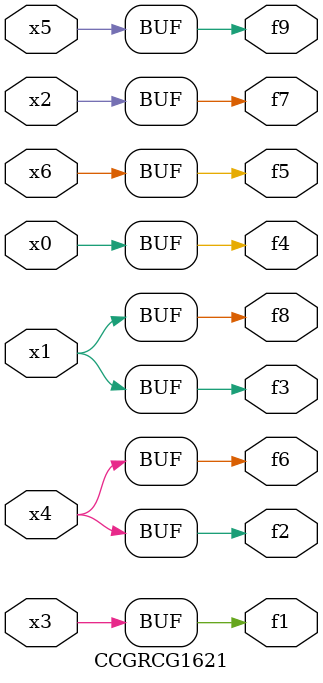
<source format=v>
module CCGRCG1621(
	input x0, x1, x2, x3, x4, x5, x6,
	output f1, f2, f3, f4, f5, f6, f7, f8, f9
);
	assign f1 = x3;
	assign f2 = x4;
	assign f3 = x1;
	assign f4 = x0;
	assign f5 = x6;
	assign f6 = x4;
	assign f7 = x2;
	assign f8 = x1;
	assign f9 = x5;
endmodule

</source>
